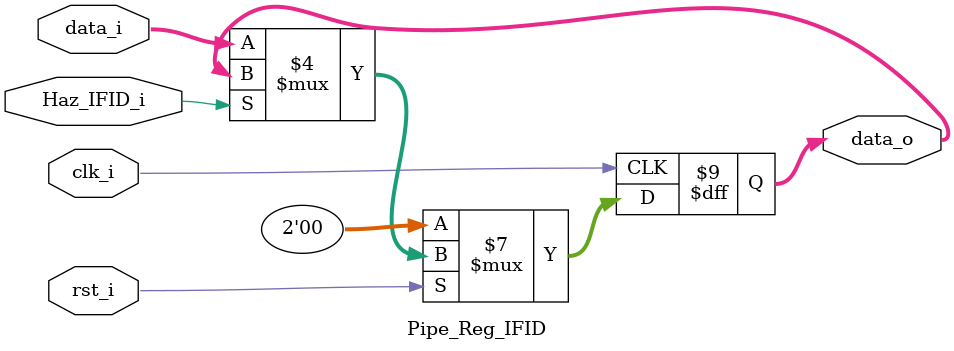
<source format=v>
module Pipe_Reg_IFID(
    clk_i,
	rst_i,
	data_i,
    Haz_IFID_i,
	data_o
	);

parameter size = 0;

input					clk_i;
input					rst_i;
input                   Haz_IFID_i;
input		[size-1: 0]	data_i;
output reg	[size-1: 0]	data_o;

always @(posedge clk_i) begin
    if(~rst_i)
        data_o <= 0;
    else if(Haz_IFID_i)
        data_o <= data_o; //keeping the same data and stall if load use hazard happens (detected from the hazard detection unit)
    else
        data_o <= data_i;
end

endmodule

</source>
